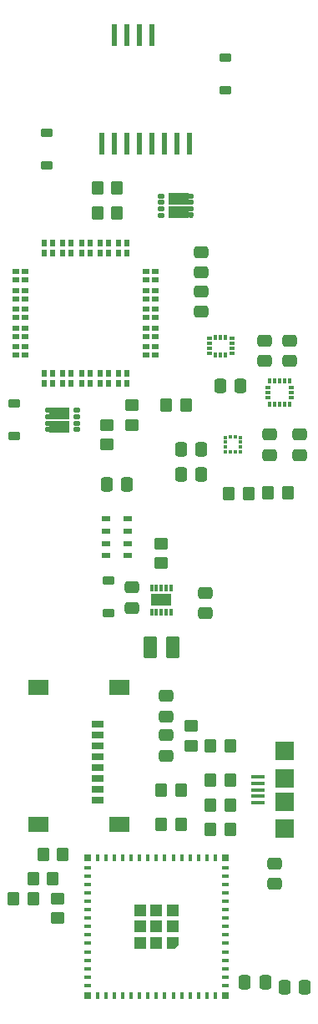
<source format=gbr>
%TF.GenerationSoftware,KiCad,Pcbnew,9.0.1*%
%TF.CreationDate,2025-04-20T11:30:13-04:00*%
%TF.ProjectId,ardentis,61726465-6e74-4697-932e-6b696361645f,A*%
%TF.SameCoordinates,Original*%
%TF.FileFunction,Paste,Top*%
%TF.FilePolarity,Positive*%
%FSLAX46Y46*%
G04 Gerber Fmt 4.6, Leading zero omitted, Abs format (unit mm)*
G04 Created by KiCad (PCBNEW 9.0.1) date 2025-04-20 11:30:13*
%MOMM*%
%LPD*%
G01*
G04 APERTURE LIST*
G04 Aperture macros list*
%AMRoundRect*
0 Rectangle with rounded corners*
0 $1 Rounding radius*
0 $2 $3 $4 $5 $6 $7 $8 $9 X,Y pos of 4 corners*
0 Add a 4 corners polygon primitive as box body*
4,1,4,$2,$3,$4,$5,$6,$7,$8,$9,$2,$3,0*
0 Add four circle primitives for the rounded corners*
1,1,$1+$1,$2,$3*
1,1,$1+$1,$4,$5*
1,1,$1+$1,$6,$7*
1,1,$1+$1,$8,$9*
0 Add four rect primitives between the rounded corners*
20,1,$1+$1,$2,$3,$4,$5,0*
20,1,$1+$1,$4,$5,$6,$7,0*
20,1,$1+$1,$6,$7,$8,$9,0*
20,1,$1+$1,$8,$9,$2,$3,0*%
%AMOutline5P*
0 Free polygon, 5 corners , with rotation*
0 The origin of the aperture is its center*
0 number of corners: always 5*
0 $1 to $10 corner X, Y*
0 $11 Rotation angle, in degrees counterclockwise*
0 create outline with 5 corners*
4,1,5,$1,$2,$3,$4,$5,$6,$7,$8,$9,$10,$1,$2,$11*%
%AMOutline6P*
0 Free polygon, 6 corners , with rotation*
0 The origin of the aperture is its center*
0 number of corners: always 6*
0 $1 to $12 corner X, Y*
0 $13 Rotation angle, in degrees counterclockwise*
0 create outline with 6 corners*
4,1,6,$1,$2,$3,$4,$5,$6,$7,$8,$9,$10,$11,$12,$1,$2,$13*%
%AMOutline7P*
0 Free polygon, 7 corners , with rotation*
0 The origin of the aperture is its center*
0 number of corners: always 7*
0 $1 to $14 corner X, Y*
0 $15 Rotation angle, in degrees counterclockwise*
0 create outline with 7 corners*
4,1,7,$1,$2,$3,$4,$5,$6,$7,$8,$9,$10,$11,$12,$13,$14,$1,$2,$15*%
%AMOutline8P*
0 Free polygon, 8 corners , with rotation*
0 The origin of the aperture is its center*
0 number of corners: always 8*
0 $1 to $16 corner X, Y*
0 $17 Rotation angle, in degrees counterclockwise*
0 create outline with 8 corners*
4,1,8,$1,$2,$3,$4,$5,$6,$7,$8,$9,$10,$11,$12,$13,$14,$15,$16,$1,$2,$17*%
G04 Aperture macros list end*
%ADD10RoundRect,0.250001X0.462499X0.849999X-0.462499X0.849999X-0.462499X-0.849999X0.462499X-0.849999X0*%
%ADD11R,0.570000X0.738000*%
%ADD12RoundRect,0.125000X0.190000X0.125000X-0.190000X0.125000X-0.190000X-0.125000X0.190000X-0.125000X0*%
%ADD13RoundRect,0.125000X0.175000X0.125000X-0.175000X0.125000X-0.175000X-0.125000X0.175000X-0.125000X0*%
%ADD14R,2.000000X1.225000*%
%ADD15R,0.420000X0.500000*%
%ADD16RoundRect,0.125000X-0.190000X-0.125000X0.190000X-0.125000X0.190000X0.125000X-0.190000X0.125000X0*%
%ADD17RoundRect,0.125000X-0.175000X-0.125000X0.175000X-0.125000X0.175000X0.125000X-0.175000X0.125000X0*%
%ADD18R,0.950000X0.550000*%
%ADD19R,0.300000X0.600000*%
%ADD20R,0.600000X0.300000*%
%ADD21R,0.720000X0.580000*%
%ADD22R,0.580000X0.720000*%
%ADD23RoundRect,0.250000X-0.475000X0.337500X-0.475000X-0.337500X0.475000X-0.337500X0.475000X0.337500X0*%
%ADD24RoundRect,0.250000X0.350000X0.450000X-0.350000X0.450000X-0.350000X-0.450000X0.350000X-0.450000X0*%
%ADD25RoundRect,0.225000X0.375000X-0.225000X0.375000X0.225000X-0.375000X0.225000X-0.375000X-0.225000X0*%
%ADD26RoundRect,0.250000X0.475000X-0.337500X0.475000X0.337500X-0.475000X0.337500X-0.475000X-0.337500X0*%
%ADD27RoundRect,0.250000X-0.350000X-0.450000X0.350000X-0.450000X0.350000X0.450000X-0.350000X0.450000X0*%
%ADD28R,0.300000X0.800000*%
%ADD29R,2.050000X1.250000*%
%ADD30R,0.375000X0.350000*%
%ADD31R,0.350000X0.375000*%
%ADD32RoundRect,0.250000X-0.337500X-0.475000X0.337500X-0.475000X0.337500X0.475000X-0.337500X0.475000X0*%
%ADD33RoundRect,0.250000X0.450000X-0.350000X0.450000X0.350000X-0.450000X0.350000X-0.450000X-0.350000X0*%
%ADD34RoundRect,0.250000X-0.450000X0.350000X-0.450000X-0.350000X0.450000X-0.350000X0.450000X0.350000X0*%
%ADD35RoundRect,0.225000X-0.375000X0.225000X-0.375000X-0.225000X0.375000X-0.225000X0.375000X0.225000X0*%
%ADD36R,1.200000X0.800000*%
%ADD37R,2.000000X1.500000*%
%ADD38R,1.350000X0.400000*%
%ADD39R,1.900000X1.900000*%
%ADD40R,0.600000X2.200000*%
%ADD41R,0.800000X0.400000*%
%ADD42R,0.400000X0.800000*%
%ADD43Outline5P,-0.600000X0.204000X-0.204000X0.600000X0.600000X0.600000X0.600000X-0.600000X-0.600000X-0.600000X180.000000*%
%ADD44R,1.200000X1.200000*%
%ADD45R,0.800000X0.800000*%
G04 APERTURE END LIST*
D10*
%TO.C,L1*%
X136162500Y-93050000D03*
X133837500Y-93050000D03*
%TD*%
D11*
%TO.C,Q2*%
X125037500Y-70612500D03*
X125037500Y-69392500D03*
X124087500Y-70612500D03*
X124087500Y-69392500D03*
D12*
X123507500Y-70975000D03*
X123507500Y-70332500D03*
X123507500Y-69672500D03*
X123507500Y-69030000D03*
D13*
X126457500Y-70957500D03*
X126457500Y-70307500D03*
X126457500Y-69657500D03*
X126457500Y-69007500D03*
D14*
X124677500Y-69295000D03*
D15*
X123467500Y-69657500D03*
X123467500Y-69007500D03*
D14*
X124677500Y-70670000D03*
D15*
X123467500Y-70957500D03*
X123467500Y-70307500D03*
%TD*%
D11*
%TO.C,Q1*%
X136420000Y-47637500D03*
X136420000Y-48857500D03*
X137370000Y-47637500D03*
X137370000Y-48857500D03*
D16*
X137950000Y-47275000D03*
X137950000Y-47917500D03*
X137950000Y-48577500D03*
X137950000Y-49220000D03*
D17*
X135000000Y-47292500D03*
X135000000Y-47942500D03*
X135000000Y-48592500D03*
X135000000Y-49242500D03*
D14*
X136780000Y-48955000D03*
D15*
X137990000Y-48592500D03*
X137990000Y-49242500D03*
D14*
X136780000Y-47580000D03*
D15*
X137990000Y-47292500D03*
X137990000Y-47942500D03*
%TD*%
D18*
%TO.C,U6*%
X129425000Y-80000000D03*
X129425000Y-81250000D03*
X129425000Y-82500000D03*
X129425000Y-83750000D03*
X131575000Y-83750000D03*
X131575000Y-82500000D03*
X131575000Y-81250000D03*
X131575000Y-80000000D03*
%TD*%
D19*
%TO.C,U4*%
X146000000Y-68400000D03*
X146500000Y-68400000D03*
X147000000Y-68400000D03*
X147500000Y-68400000D03*
X148000000Y-68400000D03*
D20*
X148200000Y-67700000D03*
X148200000Y-67200000D03*
X148200000Y-66700000D03*
D19*
X148000000Y-66000000D03*
X147500000Y-66000000D03*
X147000000Y-66000000D03*
X146500000Y-66000000D03*
X146000000Y-66000000D03*
D20*
X145800000Y-66700000D03*
X145800000Y-67200000D03*
X145800000Y-67700000D03*
%TD*%
D21*
%TO.C,U2*%
X120212500Y-54975000D03*
X120212500Y-55825000D03*
X120212500Y-56875000D03*
X120212500Y-57725000D03*
X120212500Y-58775000D03*
X120212500Y-59625000D03*
X120212500Y-60675000D03*
X120212500Y-61525000D03*
X120212500Y-62575000D03*
X120212500Y-63425000D03*
X121212500Y-54975000D03*
X121212500Y-55825000D03*
X121212500Y-56875000D03*
X121212500Y-57725000D03*
X121212500Y-58775000D03*
X121212500Y-59625000D03*
X121212500Y-60675000D03*
X121212500Y-61525000D03*
X121212500Y-62575000D03*
X121212500Y-63425000D03*
D22*
X123087500Y-52100000D03*
X123087500Y-53100000D03*
X123087500Y-65300000D03*
X123087500Y-66300000D03*
X123937500Y-52100000D03*
X123937500Y-53100000D03*
X123937500Y-65300000D03*
X123937500Y-66300000D03*
X124987500Y-52100000D03*
X124987500Y-53100000D03*
X124987500Y-65300000D03*
X124987500Y-66300000D03*
X125837500Y-52100000D03*
X125837500Y-53100000D03*
X125837500Y-65300000D03*
X125837500Y-66300000D03*
X126887500Y-52100000D03*
X126887500Y-53100000D03*
X126887500Y-65300000D03*
X126887500Y-66300000D03*
X127737500Y-52100000D03*
X127737500Y-53100000D03*
X127737500Y-65300000D03*
X127737500Y-66300000D03*
X128787500Y-52100000D03*
X128787500Y-53100000D03*
X128787500Y-65300000D03*
X128787500Y-66300000D03*
X129637500Y-52100000D03*
X129637500Y-53100000D03*
X129637500Y-65300000D03*
X129637500Y-66300000D03*
X130687500Y-52100000D03*
X130687500Y-53100000D03*
X130687500Y-65300000D03*
X130687500Y-66300000D03*
X131537500Y-52100000D03*
X131537500Y-53100000D03*
X131537500Y-65300000D03*
X131537500Y-66300000D03*
D21*
X133412500Y-54975000D03*
X133412500Y-55825000D03*
X133412500Y-56875000D03*
X133412500Y-57725000D03*
X133412500Y-58775000D03*
X133412500Y-59625000D03*
X133412500Y-60675000D03*
X133412500Y-61525000D03*
X133412500Y-62575000D03*
X133412500Y-63425000D03*
X134412500Y-54975000D03*
X134412500Y-55825000D03*
X134412500Y-56875000D03*
X134412500Y-57725000D03*
X134412500Y-58775000D03*
X134412500Y-59625000D03*
X134412500Y-60675000D03*
X134412500Y-61525000D03*
X134412500Y-62575000D03*
X134412500Y-63425000D03*
%TD*%
D23*
%TO.C,C13*%
X135500000Y-97962500D03*
X135500000Y-100037500D03*
%TD*%
D24*
%TO.C,R12*%
X137000000Y-107500000D03*
X135000000Y-107500000D03*
%TD*%
D25*
%TO.C,D1*%
X141450000Y-36600000D03*
X141450000Y-33300000D03*
%TD*%
D26*
%TO.C,C4*%
X148000000Y-64037500D03*
X148000000Y-61962500D03*
%TD*%
%TO.C,C3*%
X145500000Y-64037500D03*
X145500000Y-61962500D03*
%TD*%
D23*
%TO.C,C15*%
X146500000Y-114962500D03*
X146500000Y-117037500D03*
%TD*%
D27*
%TO.C,R18*%
X120000000Y-118500000D03*
X122000000Y-118500000D03*
%TD*%
%TO.C,R16*%
X123000000Y-114000000D03*
X125000000Y-114000000D03*
%TD*%
%TO.C,R2*%
X128500000Y-49000000D03*
X130500000Y-49000000D03*
%TD*%
D28*
%TO.C,U7*%
X134000000Y-89500000D03*
X134500000Y-89500000D03*
X135000000Y-89500000D03*
X135500000Y-89500000D03*
X136000000Y-89500000D03*
X136000000Y-87000000D03*
X135500000Y-87000000D03*
X135000000Y-87000000D03*
X134500000Y-87000000D03*
X134000000Y-87000000D03*
D29*
X135000000Y-88250000D03*
%TD*%
D27*
%TO.C,R7*%
X145800000Y-77400000D03*
X147800000Y-77400000D03*
%TD*%
D30*
%TO.C,U5*%
X141487500Y-71750000D03*
X141487500Y-72250000D03*
X141487500Y-72750000D03*
X141487500Y-73250000D03*
D31*
X142000000Y-73262500D03*
X142500000Y-73262500D03*
D30*
X143012500Y-73250000D03*
X143012500Y-72750000D03*
X143012500Y-72250000D03*
X143012500Y-71750000D03*
D31*
X142500000Y-71737500D03*
X142000000Y-71737500D03*
%TD*%
D26*
%TO.C,C14*%
X135500000Y-104037500D03*
X135500000Y-101962500D03*
%TD*%
D23*
%TO.C,C2*%
X139000000Y-56962500D03*
X139000000Y-59037500D03*
%TD*%
D32*
%TO.C,C10*%
X129462500Y-76500000D03*
X131537500Y-76500000D03*
%TD*%
D33*
%TO.C,R4*%
X132000000Y-70500000D03*
X132000000Y-68500000D03*
%TD*%
D32*
%TO.C,C17*%
X147462500Y-127500000D03*
X149537500Y-127500000D03*
%TD*%
D27*
%TO.C,R13*%
X140000000Y-109000000D03*
X142000000Y-109000000D03*
%TD*%
D26*
%TO.C,C12*%
X139450000Y-89587500D03*
X139450000Y-87512500D03*
%TD*%
D34*
%TO.C,R9*%
X138000000Y-101000000D03*
X138000000Y-103000000D03*
%TD*%
D35*
%TO.C,D4*%
X129650000Y-86250000D03*
X129650000Y-89550000D03*
%TD*%
D26*
%TO.C,C1*%
X139000000Y-55037500D03*
X139000000Y-52962500D03*
%TD*%
D23*
%TO.C,C6*%
X146000000Y-71462500D03*
X146000000Y-73537500D03*
%TD*%
D33*
%TO.C,R5*%
X129500000Y-72500000D03*
X129500000Y-70500000D03*
%TD*%
D36*
%TO.C,J5*%
X128500000Y-100830000D03*
X128500000Y-101930000D03*
X128500000Y-103030000D03*
X128500000Y-104130000D03*
X128500000Y-105230000D03*
X128500000Y-106330000D03*
X128500000Y-107430000D03*
X128500000Y-108530000D03*
D37*
X122500000Y-111000000D03*
X130700000Y-111000000D03*
X122500000Y-97110000D03*
X130700000Y-97110000D03*
%TD*%
D27*
%TO.C,R6*%
X141850000Y-77450000D03*
X143850000Y-77450000D03*
%TD*%
D24*
%TO.C,R15*%
X142000000Y-111500000D03*
X140000000Y-111500000D03*
%TD*%
D23*
%TO.C,C11*%
X132037500Y-86962500D03*
X132037500Y-89037500D03*
%TD*%
D38*
%TO.C,J6*%
X144825000Y-108800000D03*
X144825000Y-108150000D03*
X144825000Y-107500000D03*
X144825000Y-106850000D03*
X144825000Y-106200000D03*
D39*
X147500000Y-111450000D03*
X147500000Y-108700000D03*
X147500000Y-106300000D03*
X147500000Y-103550000D03*
%TD*%
D23*
%TO.C,C7*%
X149000000Y-71462500D03*
X149000000Y-73537500D03*
%TD*%
D24*
%TO.C,R14*%
X137000000Y-111000000D03*
X135000000Y-111000000D03*
%TD*%
D27*
%TO.C,R1*%
X128500000Y-46500000D03*
X130500000Y-46500000D03*
%TD*%
D25*
%TO.C,D3*%
X120100000Y-71600000D03*
X120100000Y-68300000D03*
%TD*%
D27*
%TO.C,R17*%
X122000000Y-116500000D03*
X124000000Y-116500000D03*
%TD*%
D32*
%TO.C,C5*%
X140962500Y-66500000D03*
X143037500Y-66500000D03*
%TD*%
D33*
%TO.C,R8*%
X135000000Y-84500000D03*
X135000000Y-82500000D03*
%TD*%
D32*
%TO.C,C9*%
X136962500Y-75500000D03*
X139037500Y-75500000D03*
%TD*%
%TO.C,C16*%
X143462500Y-127000000D03*
X145537500Y-127000000D03*
%TD*%
D20*
%TO.C,U3*%
X139850000Y-61750000D03*
X139850000Y-62250000D03*
X139850000Y-62750000D03*
X139850000Y-63250000D03*
D19*
X140500000Y-63400000D03*
X141000000Y-63400000D03*
X141500000Y-63400000D03*
D20*
X142150000Y-63250000D03*
X142150000Y-62750000D03*
X142150000Y-62250000D03*
X142150000Y-61750000D03*
D19*
X141500000Y-61600000D03*
X141000000Y-61600000D03*
X140500000Y-61600000D03*
%TD*%
D35*
%TO.C,D2*%
X123400000Y-40850000D03*
X123400000Y-44150000D03*
%TD*%
D27*
%TO.C,R11*%
X140000000Y-106500000D03*
X142000000Y-106500000D03*
%TD*%
D32*
%TO.C,C8*%
X136962500Y-73000000D03*
X139037500Y-73000000D03*
%TD*%
D33*
%TO.C,R19*%
X124500000Y-120500000D03*
X124500000Y-118500000D03*
%TD*%
D40*
%TO.C,U1*%
X128960000Y-42000000D03*
X130230000Y-42000000D03*
X131500000Y-42000000D03*
X132770000Y-42000000D03*
X134040000Y-42000000D03*
X135310000Y-42000000D03*
X136580000Y-42000000D03*
X137850000Y-42000000D03*
X134040000Y-31000000D03*
X132770000Y-31000000D03*
X131500000Y-31000000D03*
X130230000Y-31000000D03*
%TD*%
D27*
%TO.C,R3*%
X135500000Y-68500000D03*
X137500000Y-68500000D03*
%TD*%
%TO.C,R10*%
X140000000Y-103000000D03*
X142000000Y-103000000D03*
%TD*%
D41*
%TO.C,U8*%
X141500000Y-127300000D03*
X141500000Y-126450000D03*
X141500000Y-125600000D03*
X141500000Y-124750000D03*
X141500000Y-123900000D03*
X141500000Y-123050000D03*
X141500000Y-122200000D03*
X141500000Y-121350000D03*
X141500000Y-120500000D03*
X141500000Y-119650000D03*
X141500000Y-118800000D03*
X141500000Y-117950000D03*
X141500000Y-117100000D03*
X141500000Y-116250000D03*
X141500000Y-115400000D03*
D42*
X140450000Y-114350000D03*
X139600000Y-114350000D03*
X138750000Y-114350000D03*
X137900000Y-114350000D03*
X137050000Y-114350000D03*
X136200000Y-114350000D03*
X135350000Y-114350000D03*
X134500000Y-114350000D03*
X133650000Y-114350000D03*
X132800000Y-114350000D03*
X131950000Y-114350000D03*
X131100000Y-114350000D03*
X130250000Y-114350000D03*
X129400000Y-114350000D03*
X128550000Y-114350000D03*
D41*
X127500000Y-115400000D03*
X127500000Y-116250000D03*
X127500000Y-117100000D03*
X127500000Y-117950000D03*
X127500000Y-118800000D03*
X127500000Y-119650000D03*
X127500000Y-120500000D03*
X127500000Y-121350000D03*
X127500000Y-122200000D03*
X127500000Y-123050000D03*
X127500000Y-123900000D03*
X127500000Y-124750000D03*
X127500000Y-125600000D03*
X127500000Y-126450000D03*
X127500000Y-127300000D03*
D42*
X128550000Y-128350000D03*
X129400000Y-128350000D03*
X130250000Y-128350000D03*
X131100000Y-128350000D03*
X131950000Y-128350000D03*
X132800000Y-128350000D03*
X133650000Y-128350000D03*
X134500000Y-128350000D03*
X135350000Y-128350000D03*
X136200000Y-128350000D03*
X137050000Y-128350000D03*
X137900000Y-128350000D03*
X138750000Y-128350000D03*
X139600000Y-128350000D03*
X140450000Y-128350000D03*
D43*
X136150000Y-123000000D03*
D44*
X136150000Y-121350000D03*
X136150000Y-119700000D03*
X134500000Y-123000000D03*
X134500000Y-121350000D03*
X134500000Y-119700000D03*
X132850000Y-123000000D03*
X132850000Y-121350000D03*
X132850000Y-119700000D03*
D45*
X141500000Y-128350000D03*
X141500000Y-114350000D03*
X127500000Y-114350000D03*
X127500000Y-128350000D03*
%TD*%
M02*

</source>
